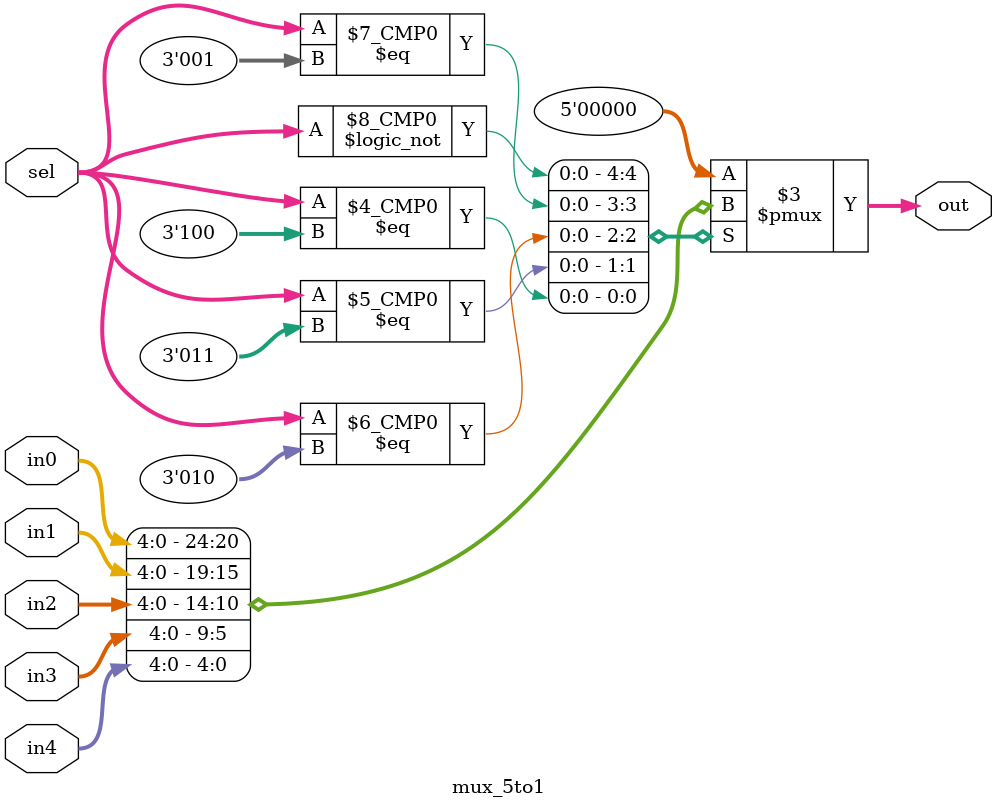
<source format=sv>
module mux_5to1 #(
    parameter WIDTH = 5  // Data width parameter
)(
    input wire [WIDTH-1:0] in0,  // Input 0
    input wire [WIDTH-1:0] in1,  // Input 1
    input wire [WIDTH-1:0] in2,  // Input 2
    input wire [WIDTH-1:0] in3,  // Input 3
    input wire [WIDTH-1:0] in4,  // Input 4
    input wire [2:0] sel,        // Selection signal (3-bit for 5 choices)
    output reg [WIDTH-1:0] out   // Output
);
    always @(*) begin
        case (sel)
            3'b000: out = in0;
            3'b001: out = in1;
            3'b010: out = in2;
            3'b011: out = in3;
            3'b100: out = in4;
            default: out = {WIDTH{1'b0}}; // Default value to avoid undefined states
        endcase
    end
endmodule

</source>
